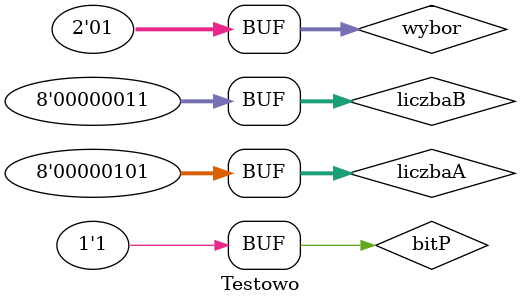
<source format=v>
`timescale 1ns / 1ps

module Testowo;

	// Inputs
	reg [7:0] liczbaA;
	reg [7:0] liczbaB;
	reg [1:0] wybor;
	reg bitP;

	// Outputs
	wire [7:0] wynik;
	wire C;
	wire EVEN;
	wire Z;
	wire OV;
	
	// Instantiate the Unit Under Test (UUT)
	main uut (
		.liczbaA(liczbaA), 
		.liczbaB(liczbaB), 
		.wybor(wybor), 
		.bitP(bitP), 
		.wynik(wynik), 
		.C(C),
		.EVEN(EVEN),
		.Z(Z),
		.OV(OV)
	);

	initial begin
		// Initialize Inputs
		liczbaA = 0;
		liczbaB = 0;
		wybor = 0;
		bitP = 0;

		#100;
		wybor = 2'b00;
		liczbaA = 8'b00000101;
		liczbaB = 8'b00000011;
				
		#100;
		wybor = 2'b01;
		liczbaA = 8'b00000101;
		liczbaB = 8'b00000011;
		
		#100;
		wybor = 2'b10;
		liczbaA = 8'b00000101;
		liczbaB = 8'b00000011;
		
		#100;
		wybor = 2'b11;
		liczbaA = 8'b00000101;
		liczbaB = 8'b00000011;
		
		#200;
		wybor = 2'b00;
		liczbaA = 8'b10000101;
		liczbaB = 8'b10000111;
			
		#100;
		wybor = 2'b01;
		liczbaA = 8'b10000101;
		liczbaB = 8'b10000111;
		
		#100;
		wybor = 2'b10;
		liczbaA = 8'b10000101;
		liczbaB = 8'b10000111;
		
		#100;
		wybor = 2'b11;
		liczbaA = 8'b10000101;
		liczbaB = 8'b10000111;
		
		#100;
		wybor = 2'b00;
		liczbaA = 8'b11111111;
		liczbaB = 8'b10000001;
		
		#100;
		wybor = 2'b10;
		liczbaA = 8'b00000001;
		liczbaB = 8'b10000001;
		
		#100;
		wybor = 2'b00;
		liczbaA = 8'b00000001;
		liczbaB = 8'b10000001;
		
		
		
		#100;
		bitP = 1;
		wybor = 2'b00;
		liczbaA = 8'b00000101;
		liczbaB = 8'b00000011;
				
		#100;
		wybor = 2'b01;
		liczbaA = 8'b00000101;
		liczbaB = 8'b00000011;
	end
      
endmodule


</source>
